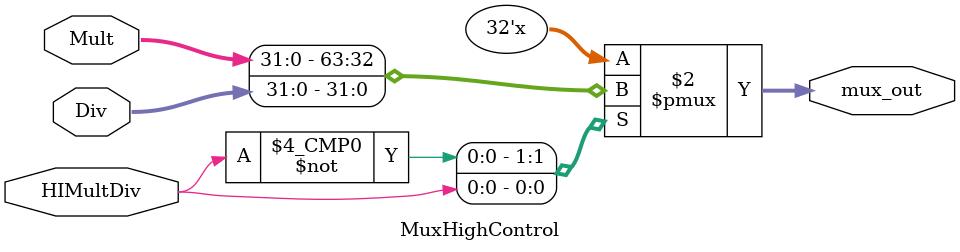
<source format=v>
module MuxHighControl(HIMultDiv, Mult, Div, mux_out);
//feito
input HIMultDiv;
input [31:0] Mult;
input [31:0] Div;
output reg [31:0] mux_out;

always @ (HIMultDiv)
begin

case(HIMultDiv)
1'd0:mux_out <= Mult;
1'd1:mux_out <= Div;
endcase

end
endmodule

</source>
